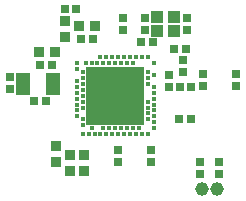
<source format=gts>
G04*
G04 #@! TF.GenerationSoftware,Altium Limited,Altium Designer,18.0.11 (651)*
G04*
G04 Layer_Color=8388736*
%FSLAX24Y24*%
%MOIN*%
G70*
G01*
G75*
%ADD24R,0.0257X0.0296*%
%ADD25R,0.0296X0.0257*%
%ADD26R,0.0316X0.0257*%
%ADD27R,0.0375X0.0355*%
%ADD28R,0.0454X0.0769*%
%ADD29R,0.1949X0.1949*%
%ADD30C,0.0148*%
%ADD31R,0.0355X0.0375*%
%ADD32R,0.0434X0.0395*%
%ADD33C,0.0454*%
D24*
X2826Y-2598D02*
D03*
Y-2205D02*
D03*
X3456Y-2205D02*
D03*
Y-2598D02*
D03*
X4039Y323D02*
D03*
Y717D02*
D03*
X1792Y699D02*
D03*
Y305D02*
D03*
X2266Y803D02*
D03*
Y1197D02*
D03*
X2916Y717D02*
D03*
Y323D02*
D03*
X-3515Y610D02*
D03*
Y217D02*
D03*
X266Y2598D02*
D03*
Y2205D02*
D03*
X978Y2597D02*
D03*
Y2203D02*
D03*
X2378Y2203D02*
D03*
Y2597D02*
D03*
X98Y-2215D02*
D03*
Y-1821D02*
D03*
X1191Y-2215D02*
D03*
Y-1821D02*
D03*
D25*
X2520Y-787D02*
D03*
X2126D02*
D03*
X2362Y1545D02*
D03*
X1969D02*
D03*
X-2708Y-167D02*
D03*
X-2314D02*
D03*
X-2490Y1033D02*
D03*
X-2096D02*
D03*
X1270Y1791D02*
D03*
X876D02*
D03*
X-1127Y1900D02*
D03*
X-733D02*
D03*
D26*
X2539Y302D02*
D03*
X2165Y302D02*
D03*
X-1299Y2904D02*
D03*
X-1673D02*
D03*
D27*
Y1959D02*
D03*
Y2490D02*
D03*
X-1033Y-1969D02*
D03*
Y-2500D02*
D03*
X-1496Y-1969D02*
D03*
Y-2500D02*
D03*
X-1963Y-1683D02*
D03*
Y-2215D02*
D03*
D28*
X-3062Y404D02*
D03*
X-2078D02*
D03*
D29*
X0Y0D02*
D03*
D30*
X1083Y-1280D02*
D03*
X886D02*
D03*
X689D02*
D03*
X492D02*
D03*
X295D02*
D03*
X98D02*
D03*
X-98D02*
D03*
X-295D02*
D03*
X-492D02*
D03*
X-689D02*
D03*
X-886D02*
D03*
X-1083D02*
D03*
X1280Y-1083D02*
D03*
X787D02*
D03*
X591D02*
D03*
X394D02*
D03*
X197D02*
D03*
X0D02*
D03*
X-197D02*
D03*
X-394D02*
D03*
X-787D02*
D03*
X-1083Y-984D02*
D03*
X1280Y-886D02*
D03*
X1083Y-787D02*
D03*
X-1083D02*
D03*
X1280Y-689D02*
D03*
X-1280D02*
D03*
X1083Y-591D02*
D03*
X1280Y-492D02*
D03*
X-1280D02*
D03*
X1083Y-394D02*
D03*
X-1083D02*
D03*
X1280Y-295D02*
D03*
X-1280D02*
D03*
X1083Y-197D02*
D03*
X-1083D02*
D03*
X1280Y-98D02*
D03*
X-1280D02*
D03*
X-1083Y0D02*
D03*
X1280Y98D02*
D03*
X-1280D02*
D03*
X-1083Y197D02*
D03*
X1280Y295D02*
D03*
X-1280D02*
D03*
X1083Y394D02*
D03*
X-1083D02*
D03*
X-1280Y492D02*
D03*
X1083Y591D02*
D03*
X-1083D02*
D03*
X1280Y689D02*
D03*
X-1083Y787D02*
D03*
X-1280Y886D02*
D03*
X1083Y787D02*
D03*
X1280Y1083D02*
D03*
X591D02*
D03*
X394D02*
D03*
X197D02*
D03*
X0D02*
D03*
X-197D02*
D03*
X-394D02*
D03*
X-591D02*
D03*
X-787D02*
D03*
X-984D02*
D03*
X-1280D02*
D03*
X1083Y1280D02*
D03*
X689D02*
D03*
X492D02*
D03*
X295D02*
D03*
X98D02*
D03*
X-98D02*
D03*
X-295D02*
D03*
X-492D02*
D03*
X886D02*
D03*
D31*
X-2018Y1467D02*
D03*
X-2549D02*
D03*
X-1191Y2309D02*
D03*
X-659D02*
D03*
D32*
X1963Y2173D02*
D03*
Y2626D02*
D03*
X1392D02*
D03*
Y2173D02*
D03*
D33*
X2906Y-3122D02*
D03*
X3406D02*
D03*
M02*

</source>
